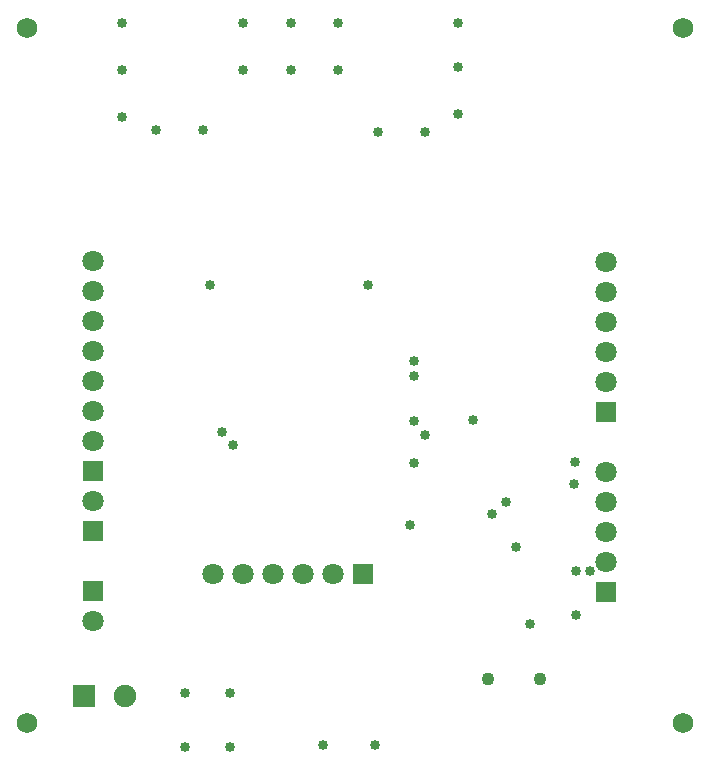
<source format=gbr>
%TF.GenerationSoftware,Altium Limited,Altium NEXUS,2.1.6 (59)*%
G04 Layer_Color=16711935*
%FSLAX45Y45*%
%MOMM*%
%TF.FileFunction,Soldermask,Bot*%
%TF.Part,Single*%
G01*
G75*
%TA.AperFunction,ViaPad*%
%ADD34C,0.85320*%
%TA.AperFunction,WasherPad*%
%ADD35C,1.72720*%
%TA.AperFunction,ComponentPad*%
%ADD36C,1.10320*%
%ADD37R,1.80320X1.80320*%
%ADD38C,1.80320*%
%ADD39R,1.90320X1.90320*%
%ADD40C,1.90320*%
%ADD41R,1.80320X1.80320*%
D34*
X6985000Y4470400D02*
D03*
X3937000Y8001000D02*
D03*
X6216600Y7988300D02*
D03*
X5816600D02*
D03*
X4330700Y8001000D02*
D03*
X5473700Y8509000D02*
D03*
X5080000D02*
D03*
X4673600D02*
D03*
X5473700Y8909000D02*
D03*
X5080000D02*
D03*
X4673600D02*
D03*
X3649700Y8109000D02*
D03*
Y8509000D02*
D03*
Y8909000D02*
D03*
X6489700Y8134400D02*
D03*
Y8534400D02*
D03*
Y8909000D02*
D03*
X5346700Y2794000D02*
D03*
X5791200D02*
D03*
X7607300Y4267200D02*
D03*
X7493000Y3898900D02*
D03*
Y4267200D02*
D03*
X6616700Y5549900D02*
D03*
X6896100Y4851400D02*
D03*
X6121400Y5181600D02*
D03*
X6781800Y4749800D02*
D03*
X6083300Y4660900D02*
D03*
X7480300Y5194300D02*
D03*
X7477700Y5006400D02*
D03*
X7099300Y3822700D02*
D03*
X4559300Y2781300D02*
D03*
Y3238500D02*
D03*
X4178300Y2781300D02*
D03*
Y3238500D02*
D03*
X6210300Y5422900D02*
D03*
X5727700Y6692900D02*
D03*
X4394200D02*
D03*
X4495800Y5448300D02*
D03*
X4584700Y5334000D02*
D03*
X6121400Y6045200D02*
D03*
Y5918200D02*
D03*
Y5537200D02*
D03*
D35*
X2844800Y8864600D02*
D03*
X8394700D02*
D03*
Y2984500D02*
D03*
X2844800D02*
D03*
D36*
X7188200Y3352800D02*
D03*
X6748200D02*
D03*
D37*
X3403600Y4610100D02*
D03*
X7743700Y5613400D02*
D03*
X3403600Y4102100D02*
D03*
Y5118100D02*
D03*
X7743700Y4089400D02*
D03*
D38*
X3403600Y4864100D02*
D03*
X7743700Y5867400D02*
D03*
Y6121400D02*
D03*
Y6375400D02*
D03*
Y6629400D02*
D03*
Y6883400D02*
D03*
X3403600Y3848100D02*
D03*
Y6896100D02*
D03*
Y6642100D02*
D03*
Y6388100D02*
D03*
Y6134100D02*
D03*
Y5880100D02*
D03*
Y5626100D02*
D03*
Y5372100D02*
D03*
X7743700Y4343400D02*
D03*
Y4597400D02*
D03*
Y4851400D02*
D03*
Y5105400D02*
D03*
X5435600Y4241800D02*
D03*
X5181600D02*
D03*
X4927600D02*
D03*
X4673600D02*
D03*
X4419600D02*
D03*
D39*
X3327400Y3213100D02*
D03*
D40*
X3677400D02*
D03*
D41*
X5689600Y4241800D02*
D03*
%TF.MD5,d02a30344ee2fc5b73d357126fe98b5f*%
M02*

</source>
